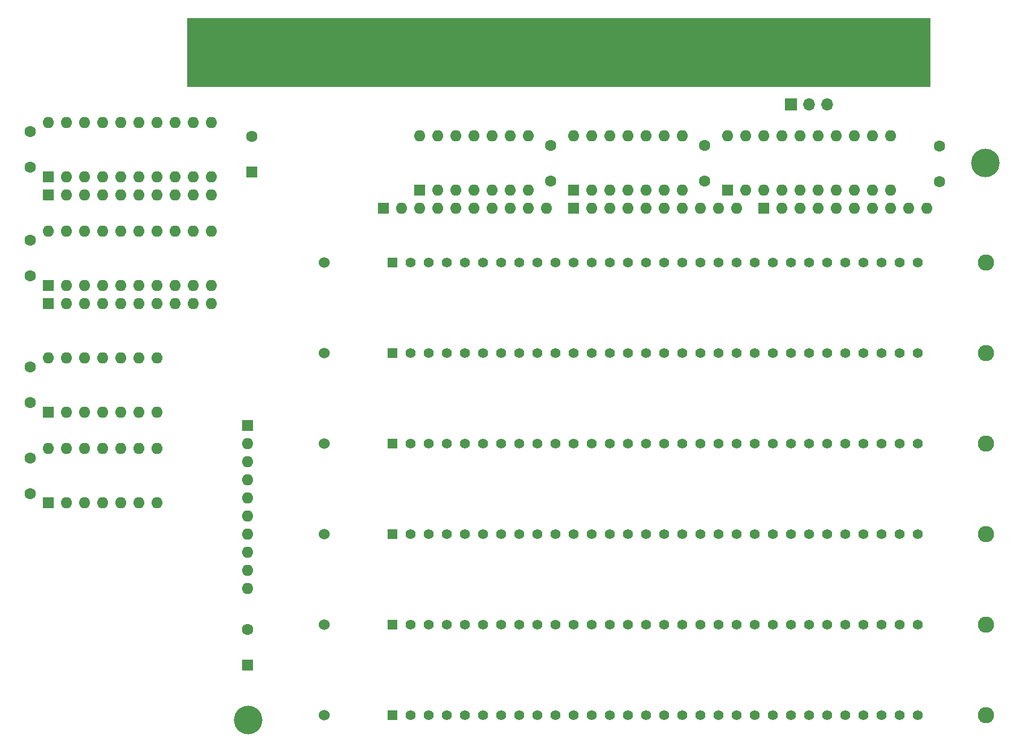
<source format=gbs>
%TF.GenerationSoftware,KiCad,Pcbnew,(6.0.7)*%
%TF.CreationDate,2022-10-12T10:44:44-05:00*%
%TF.ProjectId,CompaqPortableIIImemexp,436f6d70-6171-4506-9f72-7461626c6549,rev?*%
%TF.SameCoordinates,Original*%
%TF.FileFunction,Soldermask,Bot*%
%TF.FilePolarity,Negative*%
%FSLAX46Y46*%
G04 Gerber Fmt 4.6, Leading zero omitted, Abs format (unit mm)*
G04 Created by KiCad (PCBNEW (6.0.7)) date 2022-10-12 10:44:44*
%MOMM*%
%LPD*%
G01*
G04 APERTURE LIST*
%ADD10C,0.100000*%
%ADD11C,4.000000*%
%ADD12C,1.600000*%
%ADD13R,1.600000X1.600000*%
%ADD14O,1.600000X1.600000*%
%ADD15C,2.286000*%
%ADD16C,1.524000*%
%ADD17R,1.397000X1.397000*%
%ADD18C,1.397000*%
%ADD19R,1.700000X1.700000*%
%ADD20O,1.700000X1.700000*%
G04 APERTURE END LIST*
%TO.C,J114*%
G36*
X195402200Y-53975000D02*
G01*
X91262200Y-53975000D01*
X91262200Y-44450000D01*
X195402200Y-44450000D01*
X195402200Y-53975000D01*
G37*
D10*
X195402200Y-53975000D02*
X91262200Y-53975000D01*
X91262200Y-44450000D01*
X195402200Y-44450000D01*
X195402200Y-53975000D01*
G36*
X195402200Y-53975000D02*
G01*
X91262200Y-53975000D01*
X91262200Y-44450000D01*
X195402200Y-44450000D01*
X195402200Y-53975000D01*
G37*
X195402200Y-53975000D02*
X91262200Y-53975000D01*
X91262200Y-44450000D01*
X195402200Y-44450000D01*
X195402200Y-53975000D01*
%TD*%
D11*
%TO.C,H2*%
X203200000Y-64770000D03*
%TD*%
D12*
%TO.C,C9*%
X142240000Y-67310000D03*
X142240000Y-62310000D03*
%TD*%
D13*
%TO.C,U6*%
X71760000Y-66665000D03*
D14*
X74300000Y-66665000D03*
X76840000Y-66665000D03*
X79380000Y-66665000D03*
X81920000Y-66665000D03*
X84460000Y-66665000D03*
X87000000Y-66665000D03*
X89540000Y-66665000D03*
X92080000Y-66665000D03*
X94620000Y-66665000D03*
X94620000Y-59045000D03*
X92080000Y-59045000D03*
X89540000Y-59045000D03*
X87000000Y-59045000D03*
X84460000Y-59045000D03*
X81920000Y-59045000D03*
X79380000Y-59045000D03*
X76840000Y-59045000D03*
X74300000Y-59045000D03*
X71760000Y-59045000D03*
%TD*%
D12*
%TO.C,C5*%
X69215000Y-65365000D03*
X69215000Y-60365000D03*
%TD*%
D11*
%TO.C,H1*%
X99765000Y-142875000D03*
%TD*%
D12*
%TO.C,C3*%
X163830000Y-67270000D03*
X163830000Y-62270000D03*
%TD*%
D15*
%TO.C,J006*%
X203265000Y-78740000D03*
D16*
X110425000Y-78740000D03*
D17*
X120015000Y-78740000D03*
D18*
X122555000Y-78740000D03*
X125095000Y-78740000D03*
X127635000Y-78740000D03*
X130175000Y-78740000D03*
X132715000Y-78740000D03*
X135255000Y-78740000D03*
X137795000Y-78740000D03*
X140335000Y-78740000D03*
X142875000Y-78740000D03*
X145415000Y-78740000D03*
X147955000Y-78740000D03*
X150495000Y-78740000D03*
X153035000Y-78740000D03*
X155575000Y-78740000D03*
X158115000Y-78740000D03*
X160655000Y-78740000D03*
X163195000Y-78740000D03*
X165735000Y-78740000D03*
X168275000Y-78740000D03*
X170815000Y-78740000D03*
X173355000Y-78740000D03*
X175895000Y-78740000D03*
X178435000Y-78740000D03*
X180975000Y-78740000D03*
X183515000Y-78740000D03*
X186055000Y-78740000D03*
X188595000Y-78740000D03*
X191135000Y-78740000D03*
X193675000Y-78740000D03*
%TD*%
D13*
%TO.C,U5*%
X71755000Y-81915000D03*
D14*
X74295000Y-81915000D03*
X76835000Y-81915000D03*
X79375000Y-81915000D03*
X81915000Y-81915000D03*
X84455000Y-81915000D03*
X86995000Y-81915000D03*
X89535000Y-81915000D03*
X92075000Y-81915000D03*
X94615000Y-81915000D03*
X94615000Y-74295000D03*
X92075000Y-74295000D03*
X89535000Y-74295000D03*
X86995000Y-74295000D03*
X84455000Y-74295000D03*
X81915000Y-74295000D03*
X79375000Y-74295000D03*
X76835000Y-74295000D03*
X74295000Y-74295000D03*
X71755000Y-74295000D03*
%TD*%
D12*
%TO.C,C8*%
X69215000Y-111125000D03*
X69215000Y-106125000D03*
%TD*%
D13*
%TO.C,U4*%
X71750000Y-99685000D03*
D14*
X74290000Y-99685000D03*
X76830000Y-99685000D03*
X79370000Y-99685000D03*
X81910000Y-99685000D03*
X84450000Y-99685000D03*
X86990000Y-99685000D03*
X86990000Y-92065000D03*
X84450000Y-92065000D03*
X81910000Y-92065000D03*
X79370000Y-92065000D03*
X76830000Y-92065000D03*
X74290000Y-92065000D03*
X71750000Y-92065000D03*
%TD*%
D15*
%TO.C,J003*%
X203265000Y-116840000D03*
D16*
X110425000Y-116840000D03*
D17*
X120015000Y-116840000D03*
D18*
X122555000Y-116840000D03*
X125095000Y-116840000D03*
X127635000Y-116840000D03*
X130175000Y-116840000D03*
X132715000Y-116840000D03*
X135255000Y-116840000D03*
X137795000Y-116840000D03*
X140335000Y-116840000D03*
X142875000Y-116840000D03*
X145415000Y-116840000D03*
X147955000Y-116840000D03*
X150495000Y-116840000D03*
X153035000Y-116840000D03*
X155575000Y-116840000D03*
X158115000Y-116840000D03*
X160655000Y-116840000D03*
X163195000Y-116840000D03*
X165735000Y-116840000D03*
X168275000Y-116840000D03*
X170815000Y-116840000D03*
X173355000Y-116840000D03*
X175895000Y-116840000D03*
X178435000Y-116840000D03*
X180975000Y-116840000D03*
X183515000Y-116840000D03*
X186055000Y-116840000D03*
X188595000Y-116840000D03*
X191135000Y-116840000D03*
X193675000Y-116840000D03*
%TD*%
D13*
%TO.C,RN4*%
X99695000Y-101600000D03*
D14*
X99695000Y-104140000D03*
X99695000Y-106680000D03*
X99695000Y-109220000D03*
X99695000Y-111760000D03*
X99695000Y-114300000D03*
X99695000Y-116840000D03*
X99695000Y-119380000D03*
X99695000Y-121920000D03*
X99695000Y-124460000D03*
%TD*%
D16*
%TO.C,J002*%
X110425000Y-129540000D03*
D15*
X203265000Y-129540000D03*
D17*
X120015000Y-129540000D03*
D18*
X122555000Y-129540000D03*
X125095000Y-129540000D03*
X127635000Y-129540000D03*
X130175000Y-129540000D03*
X132715000Y-129540000D03*
X135255000Y-129540000D03*
X137795000Y-129540000D03*
X140335000Y-129540000D03*
X142875000Y-129540000D03*
X145415000Y-129540000D03*
X147955000Y-129540000D03*
X150495000Y-129540000D03*
X153035000Y-129540000D03*
X155575000Y-129540000D03*
X158115000Y-129540000D03*
X160655000Y-129540000D03*
X163195000Y-129540000D03*
X165735000Y-129540000D03*
X168275000Y-129540000D03*
X170815000Y-129540000D03*
X173355000Y-129540000D03*
X175895000Y-129540000D03*
X178435000Y-129540000D03*
X180975000Y-129540000D03*
X183515000Y-129540000D03*
X186055000Y-129540000D03*
X188595000Y-129540000D03*
X191135000Y-129540000D03*
X193675000Y-129540000D03*
%TD*%
D13*
%TO.C,U1*%
X167010000Y-68570000D03*
D14*
X169550000Y-68570000D03*
X172090000Y-68570000D03*
X174630000Y-68570000D03*
X177170000Y-68570000D03*
X179710000Y-68570000D03*
X182250000Y-68570000D03*
X184790000Y-68570000D03*
X187330000Y-68570000D03*
X189870000Y-68570000D03*
X189870000Y-60950000D03*
X187330000Y-60950000D03*
X184790000Y-60950000D03*
X182250000Y-60950000D03*
X179710000Y-60950000D03*
X177170000Y-60950000D03*
X174630000Y-60950000D03*
X172090000Y-60950000D03*
X169550000Y-60950000D03*
X167010000Y-60950000D03*
%TD*%
D13*
%TO.C,RN3*%
X118750000Y-71120000D03*
D14*
X121290000Y-71120000D03*
X123830000Y-71120000D03*
X126370000Y-71120000D03*
X128910000Y-71120000D03*
X131450000Y-71120000D03*
X133990000Y-71120000D03*
X136530000Y-71120000D03*
X139070000Y-71120000D03*
X141610000Y-71120000D03*
%TD*%
D15*
%TO.C,J005*%
X203265000Y-91440000D03*
D16*
X110425000Y-91440000D03*
D17*
X120015000Y-91440000D03*
D18*
X122555000Y-91440000D03*
X125095000Y-91440000D03*
X127635000Y-91440000D03*
X130175000Y-91440000D03*
X132715000Y-91440000D03*
X135255000Y-91440000D03*
X137795000Y-91440000D03*
X140335000Y-91440000D03*
X142875000Y-91440000D03*
X145415000Y-91440000D03*
X147955000Y-91440000D03*
X150495000Y-91440000D03*
X153035000Y-91440000D03*
X155575000Y-91440000D03*
X158115000Y-91440000D03*
X160655000Y-91440000D03*
X163195000Y-91440000D03*
X165735000Y-91440000D03*
X168275000Y-91440000D03*
X170815000Y-91440000D03*
X173355000Y-91440000D03*
X175895000Y-91440000D03*
X178435000Y-91440000D03*
X180975000Y-91440000D03*
X183515000Y-91440000D03*
X186055000Y-91440000D03*
X188595000Y-91440000D03*
X191135000Y-91440000D03*
X193675000Y-91440000D03*
%TD*%
D12*
%TO.C,C4*%
X196719401Y-67404120D03*
X196719401Y-62404120D03*
%TD*%
D16*
%TO.C,J001*%
X110425000Y-142240000D03*
D15*
X203265000Y-142240000D03*
D17*
X120015000Y-142240000D03*
D18*
X122555000Y-142240000D03*
X125095000Y-142240000D03*
X127635000Y-142240000D03*
X130175000Y-142240000D03*
X132715000Y-142240000D03*
X135255000Y-142240000D03*
X137795000Y-142240000D03*
X140335000Y-142240000D03*
X142875000Y-142240000D03*
X145415000Y-142240000D03*
X147955000Y-142240000D03*
X150495000Y-142240000D03*
X153035000Y-142240000D03*
X155575000Y-142240000D03*
X158115000Y-142240000D03*
X160655000Y-142240000D03*
X163195000Y-142240000D03*
X165735000Y-142240000D03*
X168275000Y-142240000D03*
X170815000Y-142240000D03*
X173355000Y-142240000D03*
X175895000Y-142240000D03*
X178435000Y-142240000D03*
X180975000Y-142240000D03*
X183515000Y-142240000D03*
X186055000Y-142240000D03*
X188595000Y-142240000D03*
X191135000Y-142240000D03*
X193675000Y-142240000D03*
%TD*%
D12*
%TO.C,C7*%
X69215000Y-98385000D03*
X69215000Y-93385000D03*
%TD*%
D13*
%TO.C,RN1*%
X172090000Y-71120000D03*
D14*
X174630000Y-71120000D03*
X177170000Y-71120000D03*
X179710000Y-71120000D03*
X182250000Y-71120000D03*
X184790000Y-71120000D03*
X187330000Y-71120000D03*
X189870000Y-71120000D03*
X192410000Y-71120000D03*
X194950000Y-71120000D03*
%TD*%
D13*
%TO.C,U3*%
X71755000Y-112395000D03*
D14*
X74295000Y-112395000D03*
X76835000Y-112395000D03*
X79375000Y-112395000D03*
X81915000Y-112395000D03*
X84455000Y-112395000D03*
X86995000Y-112395000D03*
X86995000Y-104775000D03*
X84455000Y-104775000D03*
X81915000Y-104775000D03*
X79375000Y-104775000D03*
X76835000Y-104775000D03*
X74295000Y-104775000D03*
X71755000Y-104775000D03*
%TD*%
D15*
%TO.C,J004*%
X203265000Y-104140000D03*
D16*
X110425000Y-104140000D03*
D17*
X120015000Y-104140000D03*
D18*
X122555000Y-104140000D03*
X125095000Y-104140000D03*
X127635000Y-104140000D03*
X130175000Y-104140000D03*
X132715000Y-104140000D03*
X135255000Y-104140000D03*
X137795000Y-104140000D03*
X140335000Y-104140000D03*
X142875000Y-104140000D03*
X145415000Y-104140000D03*
X147955000Y-104140000D03*
X150495000Y-104140000D03*
X153035000Y-104140000D03*
X155575000Y-104140000D03*
X158115000Y-104140000D03*
X160655000Y-104140000D03*
X163195000Y-104140000D03*
X165735000Y-104140000D03*
X168275000Y-104140000D03*
X170815000Y-104140000D03*
X173355000Y-104140000D03*
X175895000Y-104140000D03*
X178435000Y-104140000D03*
X180975000Y-104140000D03*
X183515000Y-104140000D03*
X186055000Y-104140000D03*
X188595000Y-104140000D03*
X191135000Y-104140000D03*
X193675000Y-104140000D03*
%TD*%
D13*
%TO.C,U2*%
X145410000Y-68570000D03*
D14*
X147950000Y-68570000D03*
X150490000Y-68570000D03*
X153030000Y-68570000D03*
X155570000Y-68570000D03*
X158110000Y-68570000D03*
X160650000Y-68570000D03*
X160650000Y-60950000D03*
X158110000Y-60950000D03*
X155570000Y-60950000D03*
X153030000Y-60950000D03*
X150490000Y-60950000D03*
X147950000Y-60950000D03*
X145410000Y-60950000D03*
%TD*%
D13*
%TO.C,C2*%
X100330000Y-66000000D03*
D12*
X100330000Y-61000000D03*
%TD*%
D13*
%TO.C,C1*%
X99695000Y-135215000D03*
D12*
X99695000Y-130215000D03*
%TD*%
D13*
%TO.C,U7*%
X123825000Y-68580000D03*
D14*
X126365000Y-68580000D03*
X128905000Y-68580000D03*
X131445000Y-68580000D03*
X133985000Y-68580000D03*
X136525000Y-68580000D03*
X139065000Y-68580000D03*
X139065000Y-60960000D03*
X136525000Y-60960000D03*
X133985000Y-60960000D03*
X131445000Y-60960000D03*
X128905000Y-60960000D03*
X126365000Y-60960000D03*
X123825000Y-60960000D03*
%TD*%
D12*
%TO.C,C6*%
X69215000Y-80605000D03*
X69215000Y-75605000D03*
%TD*%
D13*
%TO.C,RN5*%
X71760000Y-69215000D03*
D14*
X74300000Y-69215000D03*
X76840000Y-69215000D03*
X79380000Y-69215000D03*
X81920000Y-69215000D03*
X84460000Y-69215000D03*
X87000000Y-69215000D03*
X89540000Y-69215000D03*
X92080000Y-69215000D03*
X94620000Y-69215000D03*
%TD*%
D13*
%TO.C,RN6*%
X71755000Y-84455000D03*
D14*
X74295000Y-84455000D03*
X76835000Y-84455000D03*
X79375000Y-84455000D03*
X81915000Y-84455000D03*
X84455000Y-84455000D03*
X86995000Y-84455000D03*
X89535000Y-84455000D03*
X92075000Y-84455000D03*
X94615000Y-84455000D03*
%TD*%
D19*
%TO.C,E1*%
X175895000Y-56515000D03*
D20*
X178435000Y-56515000D03*
X180975000Y-56515000D03*
%TD*%
D13*
%TO.C,RN2*%
X145420000Y-71120000D03*
D14*
X147960000Y-71120000D03*
X150500000Y-71120000D03*
X153040000Y-71120000D03*
X155580000Y-71120000D03*
X158120000Y-71120000D03*
X160660000Y-71120000D03*
X163200000Y-71120000D03*
X165740000Y-71120000D03*
X168280000Y-71120000D03*
%TD*%
M02*

</source>
